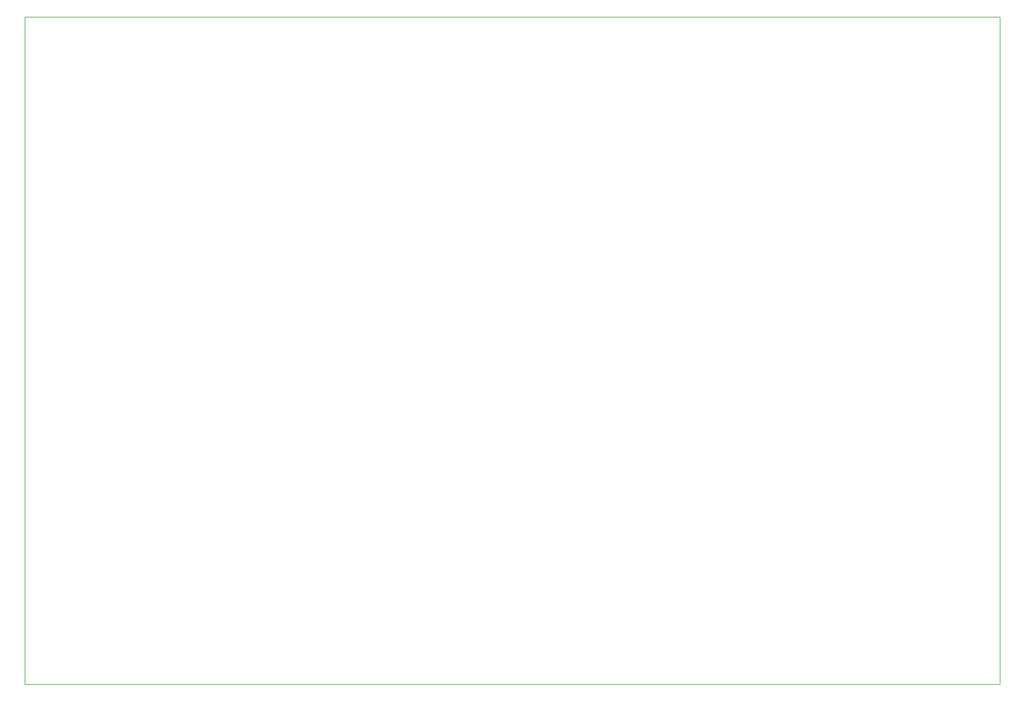
<source format=gbr>
%TF.GenerationSoftware,Altium Limited,Altium Designer,24.3.1 (35)*%
G04 Layer_Color=0*
%FSLAX45Y45*%
%MOMM*%
%TF.SameCoordinates,9497362C-8314-4730-AF2A-4C837BA13D10*%
%TF.FilePolarity,Positive*%
%TF.FileFunction,Profile,NP*%
%TF.Part,Single*%
G01*
G75*
%TA.AperFunction,Profile*%
%ADD57C,0.02540*%
D57*
X4597400Y5448300D02*
X19278600D01*
Y15506700D01*
X4597400D01*
Y5448300D01*
%TF.MD5,49db61f1d6c7c40597c66ae89927c59b*%
M02*

</source>
